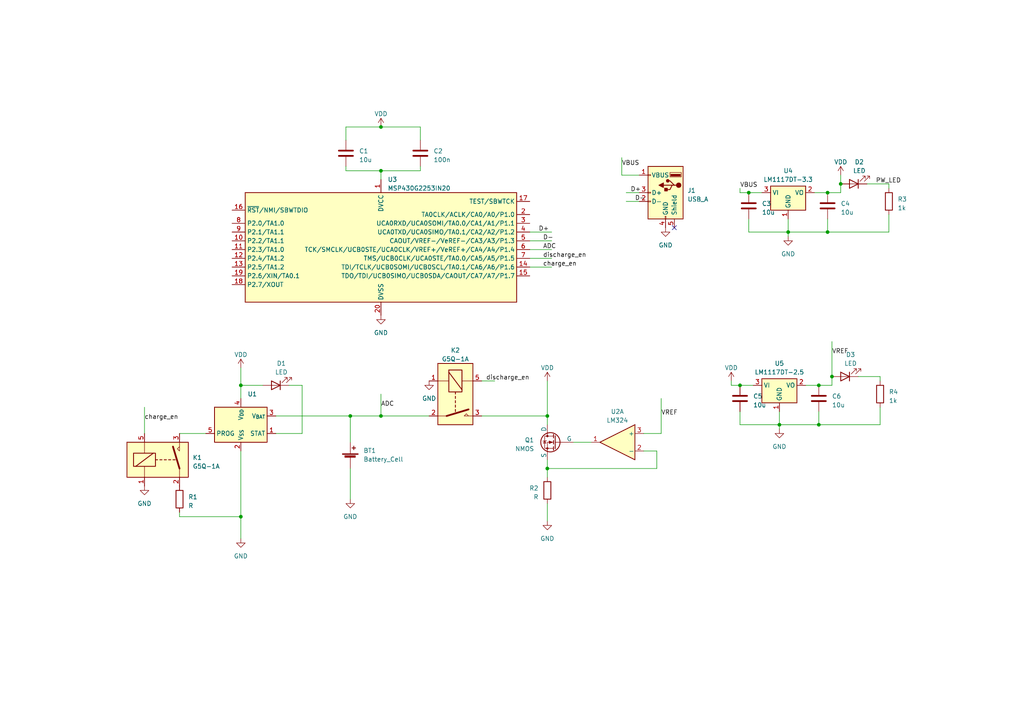
<source format=kicad_sch>
(kicad_sch (version 20230121) (generator eeschema)
  (paper "A4")
  (lib_symbols
    (symbol "Amplifier_Operational:LM324" (pin_names (offset 0.127))
      (property "Reference" "U" (at 0 5.08 0))
      (property "Value" "LM324" (at 0 -5.08 0))
      (symbol "LM324_1_1"
        (polyline (pts (xy -5.08 5.08) (xy 5.08 0) (xy -5.08 -5.08) (xy -5.08 5.08)) (stroke (width 0.254)) (fill (type background)))
        (pin output line (at 7.62 0 180) (length 2.54) (name "~") (number "1"))
        (pin input line (at -7.62 -2.54 0) (length 2.54) (name "-") (number "2"))
        (pin input line (at -7.62 2.54 0) (length 2.54) (name "+") (number "3"))
      )
      (symbol "LM324_2_1"
        (polyline (pts (xy -5.08 5.08) (xy 5.08 0) (xy -5.08 -5.08) (xy -5.08 5.08)) (stroke (width 0.254)) (fill (type background)))
        (pin input line (at -7.62 2.54 0) (length 2.54) (name "+") (number "5"))
        (pin input line (at -7.62 -2.54 0) (length 2.54) (name "-") (number "6"))
        (pin output line (at 7.62 0 180) (length 2.54) (name "~") (number "7"))
      )
      (symbol "LM324_3_1"
        (polyline (pts (xy -5.08 5.08) (xy 5.08 0) (xy -5.08 -5.08) (xy -5.08 5.08)) (stroke (width 0.254)) (fill (type background)))
        (pin input line (at -7.62 2.54 0) (length 2.54) (name "+") (number "10"))
        (pin output line (at 7.62 0 180) (length 2.54) (name "~") (number "8"))
        (pin input line (at -7.62 -2.54 0) (length 2.54) (name "-") (number "9"))
      )
      (symbol "LM324_4_1"
        (polyline (pts (xy -5.08 5.08) (xy 5.08 0) (xy -5.08 -5.08) (xy -5.08 5.08)) (stroke (width 0.254)) (fill (type background)))
        (pin input line (at -7.62 2.54 0) (length 2.54) (name "+") (number "12"))
        (pin input line (at -7.62 -2.54 0) (length 2.54) (name "-") (number "13"))
        (pin output line (at 7.62 0 180) (length 2.54) (name "~") (number "14"))
      )
      (symbol "LM324_5_1"
        (pin power_in line (at -2.54 -7.62 90) (length 3.81) (name "V-") (number "11"))
        (pin power_in line (at -2.54 7.62 270) (length 3.81) (name "V+") (number "4"))
      )
    )
    (symbol "Battery_Management:MCP73831-2-OT"
      (property "Reference" "U" (at -7.62 6.35 0))
      (property "Value" "MCP73831-2-OT" (at 1.27 6.35 0))
      (symbol "MCP73831-2-OT_0_1"
        (rectangle (start -7.62 5.08) (end 7.62 -5.08) (stroke (width 0.254)) (fill (type background)))
      )
      (symbol "MCP73831-2-OT_1_1"
        (pin output line (at 10.16 -2.54 180) (length 2.54) (name "STAT") (number "1"))
        (pin power_in line (at 0 -7.62 90) (length 2.54) (name "V_{SS}") (number "2"))
        (pin power_out line (at 10.16 2.54 180) (length 2.54) (name "V_{BAT}") (number "3"))
        (pin power_in line (at 0 7.62 270) (length 2.54) (name "V_{DD}") (number "4"))
        (pin input line (at -10.16 -2.54 0) (length 2.54) (name "PROG") (number "5"))
      )
    )
    (symbol "Connector:USB_A" (pin_names (offset 1.016))
      (property "Reference" "J" (at -5.08 11.43 0))
      (property "Value" "USB_A" (at -5.08 8.89 0))
      (symbol "USB_A_0_1"
        (rectangle (start -5.08 -7.62) (end 5.08 7.62) (stroke (width 0.254)) (fill (type background)))
        (circle (center -3.81 2.159) (radius 0.635) (stroke (width 0.254)) (fill (type outline)))
        (rectangle (start -1.524 4.826) (end -4.318 5.334) (fill (type outline)))
        (rectangle (start -1.27 4.572) (end -4.572 5.842))
        (circle (center -0.635 3.429) (radius 0.381) (stroke (width 0.254)) (fill (type outline)))
        (rectangle (start -0.127 -7.62) (end 0.127 -6.858))
        (polyline (pts (xy -3.175 2.159) (xy -2.54 2.159) (xy -1.27 3.429) (xy -0.635 3.429)) (stroke (width 0.254)))
        (polyline (pts (xy -2.54 2.159) (xy -1.905 2.159) (xy -1.27 0.889) (xy 0 0.889)) (stroke (width 0.254)))
        (polyline (pts (xy 0.635 2.794) (xy 0.635 1.524) (xy 1.905 2.159) (xy 0.635 2.794)) (stroke (width 0.254)) (fill (type outline)))
        (rectangle (start 0.254 1.27) (end -0.508 0.508) (stroke (width 0.254)) (fill (type outline)))
        (rectangle (start 5.08 -2.667) (end 4.318 -2.413))
        (rectangle (start 5.08 -0.127) (end 4.318 0.127))
        (rectangle (start 5.08 4.953) (end 4.318 5.207))
      )
      (symbol "USB_A_1_1"
        (polyline (pts (xy -1.905 2.159) (xy 0.635 2.159)) (stroke (width 0.254)))
        (pin power_in line (at 7.62 5.08 180) (length 2.54) (name "VBUS") (number "1"))
        (pin bidirectional line (at 7.62 -2.54 180) (length 2.54) (name "D-") (number "2"))
        (pin bidirectional line (at 7.62 0 180) (length 2.54) (name "D+") (number "3"))
        (pin power_in line (at 0 -10.16 90) (length 2.54) (name "GND") (number "4"))
        (pin passive line (at -2.54 -10.16 90) (length 2.54) (name "Shield") (number "5"))
      )
    )
    (symbol "Device:Battery_Cell" (pin_numbers hide) (pin_names (offset 0) hide)
      (property "Reference" "BT" (at 2.54 2.54 0))
      (property "Value" "Battery_Cell" (at 2.54 0 0))
      (symbol "Battery_Cell_0_1"
        (rectangle (start -2.286 1.778) (end 2.286 1.524) (fill (type outline)))
        (rectangle (start -1.5748 1.1938) (end 1.4732 0.6858) (fill (type outline)))
        (polyline (pts (xy 0 0.762) (xy 0 0)))
        (polyline (pts (xy 0 1.778) (xy 0 2.54)))
        (polyline (pts (xy 0.508 3.429) (xy 1.524 3.429)) (stroke (width 0.254)))
        (polyline (pts (xy 1.016 3.937) (xy 1.016 2.921)) (stroke (width 0.254)))
      )
      (symbol "Battery_Cell_1_1"
        (pin passive line (at 0 5.08 270) (length 2.54) (name "+") (number "1"))
        (pin passive line (at 0 -2.54 90) (length 2.54) (name "-") (number "2"))
      )
    )
    (symbol "Device:C" (pin_numbers hide) (pin_names (offset 0.254))
      (property "Reference" "C" (at 0.635 2.54 0))
      (property "Value" "C" (at 0.635 -2.54 0))
      (symbol "C_0_1"
        (polyline (pts (xy -2.032 -0.762) (xy 2.032 -0.762)) (stroke (width 0.508)))
        (polyline (pts (xy -2.032 0.762) (xy 2.032 0.762)) (stroke (width 0.508)))
      )
      (symbol "C_1_1"
        (pin passive line (at 0 3.81 270) (length 2.794) (name "~") (number "1"))
        (pin passive line (at 0 -3.81 90) (length 2.794) (name "~") (number "2"))
      )
    )
    (symbol "Device:LED" (pin_numbers hide) (pin_names (offset 1.016) hide)
      (property "Reference" "D" (at 0 2.54 0))
      (property "Value" "LED" (at 0 -2.54 0))
      (symbol "LED_0_1"
        (polyline (pts (xy -1.27 -1.27) (xy -1.27 1.27)) (stroke (width 0.254)))
        (polyline (pts (xy -1.27 0) (xy 1.27 0)))
        (polyline (pts (xy 1.27 -1.27) (xy 1.27 1.27) (xy -1.27 0) (xy 1.27 -1.27)) (stroke (width 0.254)))
        (polyline (pts (xy -3.048 -0.762) (xy -4.572 -2.286) (xy -3.81 -2.286) (xy -4.572 -2.286) (xy -4.572 -1.524)))
        (polyline (pts (xy -1.778 -0.762) (xy -3.302 -2.286) (xy -2.54 -2.286) (xy -3.302 -2.286) (xy -3.302 -1.524)))
      )
      (symbol "LED_1_1"
        (pin passive line (at -3.81 0 0) (length 2.54) (name "K") (number "1"))
        (pin passive line (at 3.81 0 180) (length 2.54) (name "A") (number "2"))
      )
    )
    (symbol "Device:R" (pin_numbers hide) (pin_names (offset 0))
      (property "Reference" "R" (at 2.032 0 90))
      (property "Value" "R" (at 0 0 90))
      (symbol "R_0_1"
        (rectangle (start -1.016 -2.54) (end 1.016 2.54) (stroke (width 0.254)))
      )
      (symbol "R_1_1"
        (pin passive line (at 0 3.81 270) (length 1.27) (name "~") (number "1"))
        (pin passive line (at 0 -3.81 90) (length 1.27) (name "~") (number "2"))
      )
    )
    (symbol "MCU_Texas_MSP430:MSP430G2253IN20"
      (property "Reference" "U" (at -38.1 17.78 0))
      (property "Value" "MSP430G2253IN20" (at 31.75 -16.51 0))
      (symbol "MSP430G2253IN20_0_1"
        (rectangle (start -39.37 16.51) (end 39.37 -15.24) (stroke (width 0.254)) (fill (type background)))
      )
      (symbol "MSP430G2253IN20_1_1"
        (pin power_in line (at 0 20.32 270) (length 3.81) (name "DVCC") (number "1"))
        (pin bidirectional line (at -43.18 2.54 0) (length 3.81) (name "P2.2/TA1.1") (number "10"))
        (pin bidirectional line (at -43.18 0 0) (length 3.81) (name "P2.3/TA1.0") (number "11"))
        (pin bidirectional line (at -43.18 -2.54 0) (length 3.81) (name "P2.4/TA1.2") (number "12"))
        (pin bidirectional line (at -43.18 -5.08 0) (length 3.81) (name "P2.5/TA1.2") (number "13"))
        (pin bidirectional line (at 43.18 -5.08 180) (length 3.81) (name "TDI/TCLK/UCB0SOMI/UCB0SCL/TA0.1/CA6/A6/P1.6") (number "14"))
        (pin bidirectional line (at 43.18 -7.62 180) (length 3.81) (name "TDO/TDI/UCB0SIMO/UCB0SDA/CAOUT/CA7/A7/P1.7") (number "15"))
        (pin input line (at -43.18 11.43 0) (length 3.81) (name "~{RST}/NMI/SBWTDIO") (number "16"))
        (pin input line (at 43.18 13.97 180) (length 3.81) (name "TEST/SBWTCK") (number "17"))
        (pin bidirectional line (at -43.18 -10.16 0) (length 3.81) (name "P2.7/XOUT") (number "18"))
        (pin bidirectional line (at -43.18 -7.62 0) (length 3.81) (name "P2.6/XIN/TA0.1") (number "19"))
        (pin bidirectional line (at 43.18 10.16 180) (length 3.81) (name "TA0CLK/ACLK/CA0/A0/P1.0") (number "2"))
        (pin power_in line (at 0 -19.05 90) (length 3.81) (name "DVSS") (number "20"))
        (pin bidirectional line (at 43.18 7.62 180) (length 3.81) (name "UCA0RXD/UCA0SOMI/TA0.0/CA1/A1/P1.1") (number "3"))
        (pin bidirectional line (at 43.18 5.08 180) (length 3.81) (name "UCA0TXD/UCA0SIMO/TA0.1/CA2/A2/P1.2") (number "4"))
        (pin bidirectional line (at 43.18 2.54 180) (length 3.81) (name "CAOUT/VREF-/VeREF-/CA3/A3/P1.3") (number "5"))
        (pin bidirectional line (at 43.18 0 180) (length 3.81) (name "TCK/SMCLK/UCB0STE/UCA0CLK/VREF+/VeREF+/CA4/A4/P1.4") (number "6"))
        (pin bidirectional line (at 43.18 -2.54 180) (length 3.81) (name "TMS/UCB0CLK/UCA0STE/TA0.0/CA5/A5/P1.5") (number "7"))
        (pin bidirectional line (at -43.18 7.62 0) (length 3.81) (name "P2.0/TA1.0") (number "8"))
        (pin bidirectional line (at -43.18 5.08 0) (length 3.81) (name "P2.1/TA1.1") (number "9"))
      )
    )
    (symbol "Regulator_Linear:LM1117DT-2.5"
      (property "Reference" "U" (at -3.81 3.175 0))
      (property "Value" "LM1117DT-2.5" (at 0 3.175 0))
      (symbol "LM1117DT-2.5_0_1"
        (rectangle (start -5.08 -5.08) (end 5.08 1.905) (stroke (width 0.254)) (fill (type background)))
      )
      (symbol "LM1117DT-2.5_1_1"
        (pin power_in line (at 0 -7.62 90) (length 2.54) (name "GND") (number "1"))
        (pin power_out line (at 7.62 0 180) (length 2.54) (name "VO") (number "2"))
        (pin power_in line (at -7.62 0 0) (length 2.54) (name "VI") (number "3"))
      )
    )
    (symbol "Regulator_Linear:LM1117DT-3.3"
      (property "Reference" "U" (at -3.81 3.175 0))
      (property "Value" "LM1117DT-3.3" (at 0 3.175 0))
      (symbol "LM1117DT-3.3_0_1"
        (rectangle (start -5.08 -5.08) (end 5.08 1.905) (stroke (width 0.254)) (fill (type background)))
      )
      (symbol "LM1117DT-3.3_1_1"
        (pin power_in line (at 0 -7.62 90) (length 2.54) (name "GND") (number "1"))
        (pin power_out line (at 7.62 0 180) (length 2.54) (name "VO") (number "2"))
        (pin power_in line (at -7.62 0 0) (length 2.54) (name "VI") (number "3"))
      )
    )
    (symbol "Relay:G5Q-1A"
      (property "Reference" "K" (at 8.89 3.81 0))
      (property "Value" "G5Q-1A" (at 8.89 1.27 0))
      (symbol "G5Q-1A_0_0"
        (polyline (pts (xy 5.08 5.08) (xy 5.08 2.54) (xy 4.445 3.175) (xy 5.08 3.81)))
      )
      (symbol "G5Q-1A_0_1"
        (rectangle (start -10.16 5.08) (end 7.62 -5.08) (stroke (width 0.254)) (fill (type background)))
        (rectangle (start -8.255 1.905) (end -1.905 -1.905) (stroke (width 0.254)))
        (polyline (pts (xy -7.62 -1.905) (xy -2.54 1.905)) (stroke (width 0.254)))
        (polyline (pts (xy -5.08 -5.08) (xy -5.08 -1.905)))
        (polyline (pts (xy -5.08 5.08) (xy -5.08 1.905)))
        (polyline (pts (xy -1.905 0) (xy -1.27 0)) (stroke (width 0.254)))
        (polyline (pts (xy -0.635 0) (xy 0 0)) (stroke (width 0.254)))
        (polyline (pts (xy 0.635 0) (xy 1.27 0)) (stroke (width 0.254)))
        (polyline (pts (xy 1.905 0) (xy 2.54 0)) (stroke (width 0.254)))
        (polyline (pts (xy 3.175 0) (xy 3.81 0)) (stroke (width 0.254)))
        (polyline (pts (xy 5.08 -2.54) (xy 3.175 3.81)) (stroke (width 0.508)))
        (polyline (pts (xy 5.08 -2.54) (xy 5.08 -5.08)))
      )
      (symbol "G5Q-1A_1_1"
        (pin passive line (at -5.08 -7.62 90) (length 2.54) (name "~") (number "1"))
        (pin passive line (at 5.08 -7.62 90) (length 2.54) (name "~") (number "2"))
        (pin passive line (at 5.08 7.62 270) (length 2.54) (name "~") (number "3"))
        (pin passive line (at -5.08 7.62 270) (length 2.54) (name "~") (number "5"))
      )
    )
    (symbol "Simulation_SPICE:NMOS" (pin_numbers hide) (pin_names (offset 0))
      (property "Reference" "Q" (at 5.08 1.27 0))
      (property "Value" "NMOS" (at 5.08 -1.27 0))
      (symbol "NMOS_0_1"
        (polyline (pts (xy 0.254 0) (xy -2.54 0)))
        (polyline (pts (xy 0.254 1.905) (xy 0.254 -1.905)) (stroke (width 0.254)))
        (polyline (pts (xy 0.762 -1.27) (xy 0.762 -2.286)) (stroke (width 0.254)))
        (polyline (pts (xy 0.762 0.508) (xy 0.762 -0.508)) (stroke (width 0.254)))
        (polyline (pts (xy 0.762 2.286) (xy 0.762 1.27)) (stroke (width 0.254)))
        (polyline (pts (xy 2.54 2.54) (xy 2.54 1.778)))
        (polyline (pts (xy 2.54 -2.54) (xy 2.54 0) (xy 0.762 0)))
        (polyline (pts (xy 0.762 -1.778) (xy 3.302 -1.778) (xy 3.302 1.778) (xy 0.762 1.778)))
        (polyline (pts (xy 1.016 0) (xy 2.032 0.381) (xy 2.032 -0.381) (xy 1.016 0)) (fill (type outline)))
        (polyline (pts (xy 2.794 0.508) (xy 2.921 0.381) (xy 3.683 0.381) (xy 3.81 0.254)))
        (polyline (pts (xy 3.302 0.381) (xy 2.921 -0.254) (xy 3.683 -0.254) (xy 3.302 0.381)))
        (circle (center 1.651 0) (radius 2.794) (stroke (width 0.254)))
        (circle (center 2.54 -1.778) (radius 0.254) (fill (type outline)))
        (circle (center 2.54 1.778) (radius 0.254) (fill (type outline)))
      )
      (symbol "NMOS_1_1"
        (pin passive line (at 2.54 5.08 270) (length 2.54) (name "D") (number "1"))
        (pin input line (at -5.08 0 0) (length 2.54) (name "G") (number "2"))
        (pin passive line (at 2.54 -5.08 90) (length 2.54) (name "S") (number "3"))
      )
    )
    (symbol "power:GND" (power) (pin_names (offset 0))
      (property "Value" "GND" (at 0 -3.81 0))
      (symbol "GND_0_1"
        (polyline (pts (xy 0 0) (xy 0 -1.27) (xy 1.27 -1.27) (xy 0 -2.54) (xy -1.27 -1.27) (xy 0 -1.27)))
      )
      (symbol "GND_1_1"
        (pin power_in line (at 0 0 270) (length 0) hide (name "GND") (number "1"))
      )
    )
    (symbol "power:VDD" (power) (pin_names (offset 0))
      (property "Value" "VDD" (at 0 3.81 0))
      (symbol "VDD_0_1"
        (polyline (pts (xy -0.762 1.27) (xy 0 2.54)))
        (polyline (pts (xy 0 0) (xy 0 2.54)))
        (polyline (pts (xy 0 2.54) (xy 0.762 1.27)))
      )
      (symbol "VDD_1_1"
        (pin power_in line (at 0 0 90) (length 0) hide (name "VDD") (number "1"))
      )
    )
  )
  (junction (at 237.49 123.19))
  (junction (at 158.75 120.65))
  (junction (at 158.75 135.89))
  (junction (at 226.06 123.19))
  (junction (at 110.49 120.65))
  (junction (at 240.03 67.31))
  (junction (at 243.84 53.34))
  (junction (at 241.3 109.22))
  (junction (at 69.85 111.76))
  (junction (at 240.03 55.88))
  (junction (at 69.85 149.86))
  (junction (at 217.17 55.88))
  (junction (at 228.6 67.31))
  (junction (at 237.49 111.76))
  (junction (at 110.49 36.83))
  (junction (at 110.49 49.53))
  (junction (at 101.6 120.65))
  (junction (at 214.63 111.76))
  (no_connect (at 195.58 66.04))
  (wire (pts (xy 212.09 110.49) (xy 212.09 111.76)))
  (wire (pts (xy 121.92 49.53) (xy 121.92 48.26)))
  (wire (pts (xy 76.2 111.76) (xy 69.85 111.76)))
  (wire (pts (xy 190.5 130.81) (xy 190.5 135.89)))
  (wire (pts (xy 180.34 45.72) (xy 180.34 50.8)))
  (wire (pts (xy 214.63 55.88) (xy 217.17 55.88)))
  (wire (pts (xy 186.69 125.73) (xy 191.77 125.73)))
  (wire (pts (xy 69.85 130.81) (xy 69.85 149.86)))
  (wire (pts (xy 191.77 125.73) (xy 191.77 115.57)))
  (wire (pts (xy 110.49 36.83) (xy 121.92 36.83)))
  (wire (pts (xy 158.75 135.89) (xy 158.75 133.35)))
  (wire (pts (xy 153.67 77.47) (xy 160.02 77.47)))
  (wire (pts (xy 217.17 55.88) (xy 220.98 55.88)))
  (wire (pts (xy 69.85 149.86) (xy 52.07 149.86)))
  (wire (pts (xy 257.81 62.23) (xy 257.81 67.31)))
  (wire (pts (xy 257.81 53.34) (xy 251.46 53.34)))
  (wire (pts (xy 181.61 58.42) (xy 185.42 58.42)))
  (wire (pts (xy 87.63 111.76) (xy 87.63 125.73)))
  (wire (pts (xy 190.5 135.89) (xy 158.75 135.89)))
  (wire (pts (xy 100.33 36.83) (xy 110.49 36.83)))
  (wire (pts (xy 228.6 68.58) (xy 228.6 67.31)))
  (wire (pts (xy 237.49 111.76) (xy 233.68 111.76)))
  (wire (pts (xy 257.81 54.61) (xy 257.81 53.34)))
  (wire (pts (xy 110.49 49.53) (xy 121.92 49.53)))
  (wire (pts (xy 69.85 111.76) (xy 69.85 115.57)))
  (wire (pts (xy 101.6 135.89) (xy 101.6 144.78)))
  (wire (pts (xy 101.6 120.65) (xy 80.01 120.65)))
  (wire (pts (xy 217.17 67.31) (xy 228.6 67.31)))
  (wire (pts (xy 139.7 120.65) (xy 158.75 120.65)))
  (wire (pts (xy 212.09 111.76) (xy 214.63 111.76)))
  (wire (pts (xy 186.69 130.81) (xy 190.5 130.81)))
  (wire (pts (xy 110.49 114.3) (xy 110.49 120.65)))
  (wire (pts (xy 100.33 49.53) (xy 110.49 49.53)))
  (wire (pts (xy 181.61 55.88) (xy 185.42 55.88)))
  (wire (pts (xy 214.63 123.19) (xy 226.06 123.19)))
  (wire (pts (xy 139.7 110.49) (xy 143.51 110.49)))
  (wire (pts (xy 240.03 63.5) (xy 240.03 67.31)))
  (wire (pts (xy 228.6 67.31) (xy 240.03 67.31)))
  (wire (pts (xy 243.84 55.88) (xy 240.03 55.88)))
  (wire (pts (xy 41.91 118.11) (xy 41.91 125.73)))
  (wire (pts (xy 255.27 118.11) (xy 255.27 123.19)))
  (wire (pts (xy 226.06 123.19) (xy 237.49 123.19)))
  (wire (pts (xy 240.03 67.31) (xy 257.81 67.31)))
  (wire (pts (xy 153.67 74.93) (xy 160.02 74.93)))
  (wire (pts (xy 240.03 55.88) (xy 236.22 55.88)))
  (wire (pts (xy 255.27 109.22) (xy 248.92 109.22)))
  (wire (pts (xy 121.92 40.64) (xy 121.92 36.83)))
  (wire (pts (xy 69.85 149.86) (xy 69.85 156.21)))
  (wire (pts (xy 69.85 106.68) (xy 69.85 111.76)))
  (wire (pts (xy 241.3 111.76) (xy 237.49 111.76)))
  (wire (pts (xy 241.3 99.06) (xy 241.3 109.22)))
  (wire (pts (xy 100.33 36.83) (xy 100.33 40.64)))
  (wire (pts (xy 237.49 119.38) (xy 237.49 123.19)))
  (wire (pts (xy 158.75 110.49) (xy 158.75 120.65)))
  (wire (pts (xy 101.6 120.65) (xy 110.49 120.65)))
  (wire (pts (xy 185.42 50.8) (xy 180.34 50.8)))
  (wire (pts (xy 52.07 148.59) (xy 52.07 149.86)))
  (wire (pts (xy 237.49 123.19) (xy 255.27 123.19)))
  (wire (pts (xy 83.82 111.76) (xy 87.63 111.76)))
  (wire (pts (xy 153.67 67.31) (xy 160.02 67.31)))
  (wire (pts (xy 243.84 50.8) (xy 243.84 53.34)))
  (wire (pts (xy 228.6 67.31) (xy 228.6 63.5)))
  (wire (pts (xy 226.06 123.19) (xy 226.06 119.38)))
  (wire (pts (xy 214.63 111.76) (xy 218.44 111.76)))
  (wire (pts (xy 241.3 109.22) (xy 241.3 111.76)))
  (wire (pts (xy 110.49 49.53) (xy 110.49 52.07)))
  (wire (pts (xy 100.33 49.53) (xy 100.33 48.26)))
  (wire (pts (xy 80.01 125.73) (xy 87.63 125.73)))
  (wire (pts (xy 226.06 124.46) (xy 226.06 123.19)))
  (wire (pts (xy 101.6 128.27) (xy 101.6 120.65)))
  (wire (pts (xy 52.07 125.73) (xy 59.69 125.73)))
  (wire (pts (xy 158.75 120.65) (xy 158.75 123.19)))
  (wire (pts (xy 243.84 53.34) (xy 243.84 55.88)))
  (wire (pts (xy 214.63 119.38) (xy 214.63 123.19)))
  (wire (pts (xy 153.67 72.39) (xy 160.02 72.39)))
  (wire (pts (xy 158.75 146.05) (xy 158.75 151.13)))
  (wire (pts (xy 214.63 54.61) (xy 214.63 55.88)))
  (wire (pts (xy 255.27 110.49) (xy 255.27 109.22)))
  (wire (pts (xy 217.17 63.5) (xy 217.17 67.31)))
  (wire (pts (xy 110.49 120.65) (xy 124.46 120.65)))
  (wire (pts (xy 153.67 69.85) (xy 160.02 69.85)))
  (wire (pts (xy 158.75 135.89) (xy 158.75 138.43)))
  (wire (pts (xy 171.45 128.27) (xy 166.37 128.27)))
  (label "VREF" (at 241.3 102.87 0))
  (label "D-" (at 184.15 58.42 0))
  (label "charge_en" (at 41.91 121.92 0))
  (label "charge_en" (at 157.48 77.47 0))
  (label "discharge_en" (at 157.48 74.93 0))
  (label "PW_LED" (at 254 53.34 0))
  (label "ADC" (at 157.48 72.39 0))
  (label "VBUS" (at 180.34 48.26 0))
  (label "D-" (at 157.48 69.85 0))
  (label "D+" (at 156.21 67.31 0))
  (label "discharge_en" (at 140.97 110.49 0))
  (label "VREF" (at 191.77 120.65 0))
  (label "D+" (at 182.88 55.88 0))
  (label "ADC" (at 110.49 118.11 0))
  (label "VBUS" (at 214.63 54.61 0))
  (symbol (lib_id "power:GND") (at 226.06 124.46 0) (unit 1)
    (property "Reference" "#PWR013" (effects hide))
    (property "Value" "GND" (at 226.06 129.54 0))
  )
  (symbol (lib_id "power:GND") (at 41.91 140.97 0) (unit 1)
    (property "Reference" "#PWR06" (effects hide))
    (property "Value" "GND" (at 41.91 146.05 0))
  )
  (symbol (lib_id "power:VDD") (at 158.75 110.49 0) (mirror y) (unit 1)
    (property "Reference" "#PWR04" (effects hide))
    (property "Value" "VDD" (at 158.75 106.68 0))
  )
  (symbol (lib_id "Regulator_Linear:LM1117DT-2.5") (at 226.06 111.76 0) (unit 1)
    (property "Reference" "U5" (at 226.06 105.41 0))
    (property "Value" "LM1117DT-2.5" (at 226.06 107.95 0))
    (property "Footprint" "Package_TO_SOT_SMD:TO-252-3_TabPin2" (effects hide))
    (property "Datasheet" "http://www.ti.com/lit/ds/symlink/lm1117.pdf" (effects hide))
  )
  (symbol (lib_id "power:GND") (at 69.85 156.21 0) (unit 1)
    (property "Reference" "#PWR02" (effects hide))
    (property "Value" "GND" (at 69.85 161.29 0))
  )
  (symbol (lib_id "Amplifier_Operational:LM324") (at 179.07 128.27 0) (mirror y) (unit 1)
    (property "Reference" "U2" (at 179.07 119.38 0))
    (property "Value" "LM324" (at 179.07 121.92 0))
    (property "Datasheet" "http://www.ti.com/lit/ds/symlink/lm2902-n.pdf" (effects hide))
  )
  (symbol (lib_id "power:GND") (at 110.49 91.44 0) (unit 1)
    (property "Reference" "#PWR08" (effects hide))
    (property "Value" "GND" (at 110.49 96.52 0))
  )
  (symbol (lib_id "Device:LED") (at 80.01 111.76 180) (unit 1)
    (property "Reference" "D1" (at 81.5975 105.41 0))
    (property "Value" "LED" (at 81.5975 107.95 0))
  )
  (symbol (lib_id "Device:C") (at 100.33 44.45 0) (unit 1)
    (property "Reference" "C1" (at 104.14 43.815 0) (effects (justify left)))
    (property "Value" "10u" (at 104.14 46.355 0) (effects (justify left)))
  )
  (symbol (lib_id "Device:LED") (at 247.65 53.34 180) (unit 1)
    (property "Reference" "D2" (at 249.2375 46.99 0))
    (property "Value" "LED" (at 249.2375 49.53 0))
  )
  (symbol (lib_id "Battery_Management:MCP73831-2-OT") (at 69.85 123.19 0) (unit 1)
    (property "Reference" "U1" (at 71.8059 114.3 0) (effects (justify left)))
    (property "Value" "MCP73831-2-OT" (effects hide))
    (property "Footprint" "Package_TO_SOT_SMD:SOT-23-5" (effects hide))
    (property "Datasheet" "http://ww1.microchip.com/downloads/en/DeviceDoc/20001984g.pdf" (effects hide))
  )
  (symbol (lib_id "power:GND") (at 124.46 110.49 0) (unit 1)
    (property "Reference" "#PWR07" (effects hide))
    (property "Value" "GND" (at 124.46 115.57 0))
  )
  (symbol (lib_id "power:GND") (at 158.75 151.13 0) (mirror y) (unit 1)
    (property "Reference" "#PWR05" (effects hide))
    (property "Value" "GND" (at 158.75 156.21 0))
  )
  (symbol (lib_id "Device:C") (at 217.17 59.69 0) (unit 1)
    (property "Reference" "C3" (at 220.98 59.055 0) (effects (justify left)))
    (property "Value" "10u" (at 220.98 61.595 0) (effects (justify left)))
  )
  (symbol (lib_id "Device:Battery_Cell") (at 101.6 133.35 0) (unit 1)
    (property "Reference" "BT1" (at 105.41 130.683 0) (effects (justify left)))
    (property "Value" "Battery_Cell" (at 105.41 133.223 0) (effects (justify left)))
  )
  (symbol (lib_id "Device:R") (at 255.27 114.3 0) (unit 1)
    (property "Reference" "R4" (at 257.81 113.665 0) (effects (justify left)))
    (property "Value" "1k" (at 257.81 116.205 0) (effects (justify left)))
  )
  (symbol (lib_id "Regulator_Linear:LM1117DT-3.3") (at 228.6 55.88 0) (unit 1)
    (property "Reference" "U4" (at 228.6 49.53 0))
    (property "Value" "LM1117DT-3.3" (at 228.6 52.07 0))
    (property "Footprint" "Package_TO_SOT_SMD:TO-252-3_TabPin2" (effects hide))
    (property "Datasheet" "http://www.ti.com/lit/ds/symlink/lm1117.pdf" (effects hide))
  )
  (symbol (lib_id "power:GND") (at 101.6 144.78 0) (unit 1)
    (property "Reference" "#PWR03" (effects hide))
    (property "Value" "GND" (at 101.6 149.86 0))
  )
  (symbol (lib_id "power:GND") (at 228.6 68.58 0) (unit 1)
    (property "Reference" "#PWR011" (effects hide))
    (property "Value" "GND" (at 228.6 73.66 0))
  )
  (symbol (lib_id "Relay:G5Q-1A") (at 46.99 133.35 0) (unit 1)
    (property "Reference" "K1" (at 55.88 132.715 0) (effects (justify left)))
    (property "Value" "G5Q-1A" (at 55.88 135.255 0) (effects (justify left)))
    (property "Footprint" "Relay_THT:Relay_SPST_Omron-G5Q-1A" (effects hide))
    (property "Datasheet" "https://www.omron.com/ecb/products/pdf/en-g5q.pdf" (effects hide))
  )
  (symbol (lib_id "power:VDD") (at 69.85 106.68 0) (unit 1)
    (property "Reference" "#PWR01" (effects hide))
    (property "Value" "VDD" (at 69.85 102.87 0))
  )
  (symbol (lib_id "power:GND") (at 193.04 66.04 0) (unit 1)
    (property "Reference" "#PWR010" (effects hide))
    (property "Value" "GND" (at 193.04 71.12 0))
  )
  (symbol (lib_id "Relay:G5Q-1A") (at 132.08 115.57 270) (unit 1)
    (property "Reference" "K2" (at 132.08 101.6 90))
    (property "Value" "G5Q-1A" (at 132.08 104.14 90))
    (property "Footprint" "Relay_THT:Relay_SPST_Omron-G5Q-1A" (effects hide))
    (property "Datasheet" "https://www.omron.com/ecb/products/pdf/en-g5q.pdf" (effects hide))
  )
  (symbol (lib_id "Device:C") (at 121.92 44.45 0) (unit 1)
    (property "Reference" "C2" (at 125.73 43.815 0) (effects (justify left)))
    (property "Value" "100n" (at 125.73 46.355 0) (effects (justify left)))
  )
  (symbol (lib_id "Device:LED") (at 245.11 109.22 180) (unit 1)
    (property "Reference" "D3" (at 246.6975 102.87 0))
    (property "Value" "LED" (at 246.6975 105.41 0))
  )
  (symbol (lib_id "MCU_Texas_MSP430:MSP430G2253IN20") (at 110.49 72.39 0) (unit 1)
    (property "Reference" "U3" (at 112.4459 52.07 0) (effects (justify left)))
    (property "Value" "MSP430G2253IN20" (at 112.4459 54.61 0) (effects (justify left)))
    (property "Footprint" "Package_DIP:DIP-20_W7.62mm" (effects hide))
    (property "Datasheet" "http://www.ti.com/lit/ds/symlink/msp430g2253.pdf" (effects hide))
  )
  (symbol (lib_id "Device:C") (at 214.63 115.57 0) (unit 1)
    (property "Reference" "C5" (at 218.44 114.935 0) (effects (justify left)))
    (property "Value" "10u" (at 218.44 117.475 0) (effects (justify left)))
  )
  (symbol (lib_id "Device:C") (at 237.49 115.57 0) (unit 1)
    (property "Reference" "C6" (at 241.3 114.935 0) (effects (justify left)))
    (property "Value" "10u" (at 241.3 117.475 0) (effects (justify left)))
  )
  (symbol (lib_id "Device:R") (at 257.81 58.42 0) (unit 1)
    (property "Reference" "R3" (at 260.35 57.785 0) (effects (justify left)))
    (property "Value" "1k" (at 260.35 60.325 0) (effects (justify left)))
  )
  (symbol (lib_id "Simulation_SPICE:NMOS") (at 161.29 128.27 0) (mirror y) (unit 1)
    (property "Reference" "Q1" (at 154.94 127.635 0) (effects (justify left)))
    (property "Value" "NMOS" (at 154.94 130.175 0) (effects (justify left)))
    (property "Datasheet" "https://ngspice.sourceforge.io/docs/ngspice-manual.pdf" (effects hide))
    (property "Sim.Device" "NMOS" (effects hide))
    (property "Sim.Type" "VDMOS" (effects hide))
    (property "Sim.Pins" "1=D 2=G 3=S" (effects hide))
  )
  (symbol (lib_id "Device:R") (at 158.75 142.24 0) (mirror y) (unit 1)
    (property "Reference" "R2" (at 156.21 141.605 0) (effects (justify left)))
    (property "Value" "R" (at 156.21 144.145 0) (effects (justify left)))
  )
  (symbol (lib_id "Device:R") (at 52.07 144.78 0) (unit 1)
    (property "Reference" "R1" (at 54.61 144.145 0) (effects (justify left)))
    (property "Value" "R" (at 54.61 146.685 0) (effects (justify left)))
  )
  (symbol (lib_id "Connector:USB_A") (at 193.04 55.88 0) (mirror y) (unit 1)
    (property "Reference" "J1" (at 199.39 55.245 0) (effects (justify right)))
    (property "Value" "USB_A" (at 199.39 57.785 0) (effects (justify right)))
    (property "Datasheet" " ~" (effects hide))
  )
  (symbol (lib_id "Device:C") (at 240.03 59.69 0) (unit 1)
    (property "Reference" "C4" (at 243.84 59.055 0) (effects (justify left)))
    (property "Value" "10u" (at 243.84 61.595 0) (effects (justify left)))
  )
  (symbol (lib_id "power:VDD") (at 243.84 50.8 0) (unit 1)
    (property "Reference" "#PWR012" (effects hide))
    (property "Value" "VDD" (at 243.84 46.99 0))
  )
  (symbol (lib_id "power:VDD") (at 110.49 36.83 0) (unit 1)
    (property "Reference" "#PWR09" (effects hide))
    (property "Value" "VDD" (at 110.49 33.02 0))
  )
  (symbol (lib_id "power:VDD") (at 212.09 110.49 0) (unit 1)
    (property "Reference" "#PWR014" (effects hide))
    (property "Value" "VDD" (at 212.09 106.68 0))
  )
)
</source>
